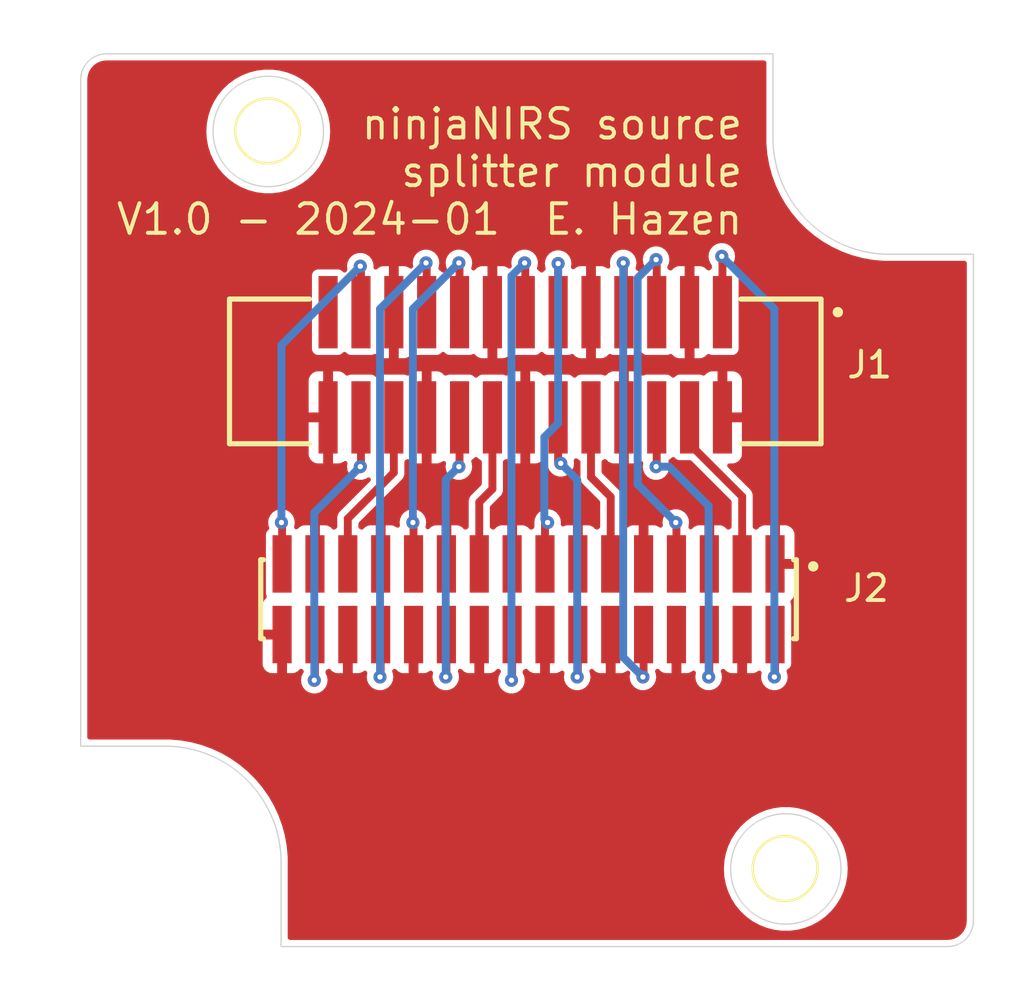
<source format=kicad_pcb>
(kicad_pcb (version 20221018) (generator pcbnew)
  (layers (0 "F.Cu" signal) (31 "B.Cu" signal) (34 "B.Paste" user) (35 "F.Paste" user) (36 "B.SilkS" user "B.Silkscreen") (37 "F.SilkS" user "F.Silkscreen") (38 "B.Mask" user) (39 "F.Mask" user) (44 "Edge.Cuts" user))
  (net 0 "")
  (net 1 "/LED_2B")
  (net 2 "/LED_3B")
  (net 3 "/LED_3A")
  (net 4 "/LED_4A")
  (net 5 "VAA")
  (net 6 "/LED_4B")
  (net 7 "/LED_5B")
  (net 8 "/LED_5A")
  (net 9 "/LED_6A")
  (net 10 "/LED_6B")
  (net 11 "/LED_7B")
  (net 12 "/LED_7A")
  (net 13 "GND")
  (net 14 "/LED_2A")
  (net 15 "/LED_0A")
  (net 16 "/LED_0B")
  (net 17 "/LED_1B")
  (net 18 "/LED_1A")
  (footprint "models:SAMTEC_SHF-113-01-L-D-SM" (layer "F.Cu") (at 35.3314 34.4175 180)
    (fp_text reference "J1" (at -13.3096 0.0005) (layer "F.SilkS"))
    (fp_text value "Conn_02x13_Odd_Even")
    (fp_line (start -11.43 -3.05) (end -8.34 -3.05) (stroke (width 0.2)) (layer "F.SilkS"))
    (fp_line (start -11.43 2.54) (end -11.43 -3.05) (stroke (width 0.2)) (layer "F.SilkS"))
    (fp_line (start -8.34 2.54) (end -11.43 2.54) (stroke (width 0.2)) (layer "F.SilkS"))
    (fp_line (start 8.34 -3.05) (end 11.43 -3.05) (stroke (width 0.2)) (layer "F.SilkS"))
    (fp_line (start 8.34 2.54) (end 11.43 2.54) (stroke (width 0.2)) (layer "F.SilkS"))
    (fp_line (start 11.43 -3.05) (end 11.43 2.54) (stroke (width 0.2)) (layer "F.SilkS"))
    (fp_circle (center -12.08 2.0325) (end -11.98 2.0325) (stroke (width 0.2)) (fill none) (layer "F.SilkS"))
    (pad "1" smd rect (at -7.62 2.0325 180) (size 0.74 2.795) (layers "F.Cu" "F.Paste" "F.Mask") (net 15 "/LED_0A"))
    (pad "2" smd rect (at -7.62 -2.0325 180) (size 0.74 2.795) (layers "F.Cu" "F.Paste" "F.Mask") (net 5 "VAA"))
    (pad "3" smd rect (at -6.35 2.0325 180) (size 0.74 2.795) (layers "F.Cu" "F.Paste" "F.Mask") (net 5 "VAA"))
    (pad "4" smd rect (at -6.35 -2.0325 180) (size 0.74 2.795) (layers "F.Cu" "F.Paste" "F.Mask") (net 16 "/LED_0B"))
    (pad "5" smd rect (at -5.08 2.0325 180) (size 0.74 2.795) (layers "F.Cu" "F.Paste" "F.Mask") (net 17 "/LED_1B"))
    (pad "6" smd rect (at -5.08 -2.0325 180) (size 0.74 2.795) (layers "F.Cu" "F.Paste" "F.Mask") (net 18 "/LED_1A"))
    (pad "7" smd rect (at -3.81 2.0325 180) (size 0.74 2.795) (layers "F.Cu" "F.Paste" "F.Mask") (net 14 "/LED_2A"))
    (pad "8" smd rect (at -3.81 -2.0325 180) (size 0.74 2.795) (layers "F.Cu" "F.Paste" "F.Mask") (net 5 "VAA"))
    (pad "9" smd rect (at -2.54 2.0325 180) (size 0.74 2.795) (layers "F.Cu" "F.Paste" "F.Mask") (net 5 "VAA"))
    (pad "10" smd rect (at -2.54 -2.0325 180) (size 0.74 2.795) (layers "F.Cu" "F.Paste" "F.Mask") (net 1 "/LED_2B"))
    (pad "11" smd rect (at -1.27 2.0325 180) (size 0.74 2.795) (layers "F.Cu" "F.Paste" "F.Mask") (net 2 "/LED_3B"))
    (pad "12" smd rect (at -1.27 -2.0325 180) (size 0.74 2.795) (layers "F.Cu" "F.Paste" "F.Mask") (net 3 "/LED_3A"))
    (pad "13" smd rect (at 0 2.0325 180) (size 0.74 2.795) (layers "F.Cu" "F.Paste" "F.Mask") (net 4 "/LED_4A"))
    (pad "14" smd rect (at 0 -2.0325 180) (size 0.74 2.795) (layers "F.Cu" "F.Paste" "F.Mask") (net 5 "VAA"))
    (pad "15" smd rect (at 1.27 2.0325 180) (size 0.74 2.795) (layers "F.Cu" "F.Paste" "F.Mask") (net 5 "VAA"))
    (pad "16" smd rect (at 1.27 -2.0325 180) (size 0.74 2.795) (layers "F.Cu" "F.Paste" "F.Mask") (net 6 "/LED_4B"))
    (pad "17" smd rect (at 2.54 2.0325 180) (size 0.74 2.795) (layers "F.Cu" "F.Paste" "F.Mask") (net 7 "/LED_5B"))
    (pad "18" smd rect (at 2.54 -2.0325 180) (size 0.74 2.795) (layers "F.Cu" "F.Paste" "F.Mask") (net 8 "/LED_5A"))
    (pad "19" smd rect (at 3.81 2.0325 180) (size 0.74 2.795) (layers "F.Cu" "F.Paste" "F.Mask") (net 9 "/LED_6A"))
    (pad "20" smd rect (at 3.81 -2.0325 180) (size 0.74 2.795) (layers "F.Cu" "F.Paste" "F.Mask") (net 5 "VAA"))
    (pad "21" smd rect (at 5.08 2.0325 180) (size 0.74 2.795) (layers "F.Cu" "F.Paste" "F.Mask") (net 5 "VAA"))
    (pad "22" smd rect (at 5.08 -2.0325 180) (size 0.74 2.795) (layers "F.Cu" "F.Paste" "F.Mask") (net 10 "/LED_6B"))
    (pad "23" smd rect (at 6.35 2.0325 180) (size 0.74 2.795) (layers "F.Cu" "F.Paste" "F.Mask") (net 11 "/LED_7B"))
    (pad "24" smd rect (at 6.35 -2.0325 180) (size 0.74 2.795) (layers "F.Cu" "F.Paste" "F.Mask") (net 12 "/LED_7A"))
    (pad "25" smd rect (at 7.62 2.0325 180) (size 0.74 2.795) (layers "F.Cu" "F.Paste" "F.Mask") (net 13 "GND"))
    (pad "26" smd rect (at 7.62 -2.0325 180) (size 0.74 2.795) (layers "F.Cu" "F.Paste" "F.Mask") (net 5 "VAA"))
  )
  (footprint "AA_Hammond:1551QGY" (layer "F.Cu") (at 18.1331 50.624)
    (fp_text reference "N1" hide)
    (fp_text value "Housing")
    (fp_circle (center 7.24 -25.248042) (end 7.89 -24.178042) (stroke (width 0.1)) (fill none) (layer "F.SilkS"))
    (fp_circle (center 27.24 3.26) (end 27.89 4.33) (stroke (width 0.1)) (fill none) (layer "F.SilkS"))
  )
  (footprint "my_samtec_swap:SAMTEC_SFMC-116-02-S-D_swap12" (layer "F.Cu") (at 35.4584 43.4782)
    (fp_text reference "J2" (at 13.0556 -0.4252) (layer "F.SilkS"))
    (fp_text value "Conn_02x16_Odd_Even")
    (fp_line (start -10.35 -1.525) (end -10.245 -1.525) (stroke (width 0.2)) (layer "F.SilkS"))
    (fp_line (start -10.35 1.525) (end -10.35 -1.525) (stroke (width 0.2)) (layer "F.SilkS"))
    (fp_line (start -10.245 1.525) (end -10.35 1.525) (stroke (width 0.2)) (layer "F.SilkS"))
    (fp_line (start 10.245 -1.525) (end 10.35 -1.525) (stroke (width 0.2)) (layer "F.SilkS"))
    (fp_line (start 10.245 1.525) (end 10.35 1.525) (stroke (width 0.2)) (layer "F.SilkS"))
    (fp_line (start 10.35 -1.525) (end 10.35 1.525) (stroke (width 0.2)) (layer "F.SilkS"))
    (fp_circle (center 11 -1.27) (end 11.1 -1.27) (stroke (width 0.2)) (fill none) (layer "F.SilkS"))
    (pad "1" smd rect (at 9.525 -1.365) (size 0.74 2.22) (layers "F.Cu" "F.Paste" "F.Mask") (net 5 "VAA"))
    (pad "2" smd rect (at 9.525 1.365) (size 0.74 2.22) (layers "F.Cu" "F.Paste" "F.Mask") (net 15 "/LED_0A"))
    (pad "3" smd rect (at 8.255 -1.365) (size 0.74 2.22) (layers "F.Cu" "F.Paste" "F.Mask") (net 16 "/LED_0B"))
    (pad "4" smd rect (at 8.255 1.365) (size 0.74 2.22) (layers "F.Cu" "F.Paste" "F.Mask") (net 5 "VAA"))
    (pad "5" smd rect (at 6.985 -1.365) (size 0.74 2.22) (layers "F.Cu" "F.Paste" "F.Mask") (net 5 "VAA"))
    (pad "6" smd rect (at 6.985 1.365) (size 0.74 2.22) (layers "F.Cu" "F.Paste" "F.Mask") (net 18 "/LED_1A"))
    (pad "7" smd rect (at 5.715 -1.365) (size 0.74 2.22) (layers "F.Cu" "F.Paste" "F.Mask") (net 17 "/LED_1B"))
    (pad "8" smd rect (at 5.715 1.365) (size 0.74 2.22) (layers "F.Cu" "F.Paste" "F.Mask") (net 5 "VAA"))
    (pad "9" smd rect (at 4.445 -1.365) (size 0.74 2.22) (layers "F.Cu" "F.Paste" "F.Mask") (net 5 "VAA"))
    (pad "10" smd rect (at 4.445 1.365) (size 0.74 2.22) (layers "F.Cu" "F.Paste" "F.Mask") (net 14 "/LED_2A"))
    (pad "11" smd rect (at 3.175 -1.365) (size 0.74 2.22) (layers "F.Cu" "F.Paste" "F.Mask") (net 1 "/LED_2B"))
    (pad "12" smd rect (at 3.175 1.365) (size 0.74 2.22) (layers "F.Cu" "F.Paste" "F.Mask") (net 5 "VAA"))
    (pad "13" smd rect (at 1.905 -1.365) (size 0.74 2.22) (layers "F.Cu" "F.Paste" "F.Mask") (net 5 "VAA"))
    (pad "14" smd rect (at 1.905 1.365) (size 0.74 2.22) (layers "F.Cu" "F.Paste" "F.Mask") (net 3 "/LED_3A"))
    (pad "15" smd rect (at 0.635 -1.365) (size 0.74 2.22) (layers "F.Cu" "F.Paste" "F.Mask") (net 2 "/LED_3B"))
    (pad "16" smd rect (at 0.635 1.365) (size 0.74 2.22) (layers "F.Cu" "F.Paste" "F.Mask") (net 5 "VAA"))
    (pad "17" smd rect (at -0.635 -1.365) (size 0.74 2.22) (layers "F.Cu" "F.Paste" "F.Mask") (net 5 "VAA"))
    (pad "18" smd rect (at -0.635 1.365) (size 0.74 2.22) (layers "F.Cu" "F.Paste" "F.Mask") (net 4 "/LED_4A"))
    (pad "19" smd rect (at -1.905 -1.365) (size 0.74 2.22) (layers "F.Cu" "F.Paste" "F.Mask") (net 6 "/LED_4B"))
    (pad "20" smd rect (at -1.905 1.365) (size 0.74 2.22) (layers "F.Cu" "F.Paste" "F.Mask") (net 5 "VAA"))
    (pad "21" smd rect (at -3.175 -1.365) (size 0.74 2.22) (layers "F.Cu" "F.Paste" "F.Mask") (net 5 "VAA"))
    (pad "22" smd rect (at -3.175 1.365) (size 0.74 2.22) (layers "F.Cu" "F.Paste" "F.Mask") (net 8 "/LED_5A"))
    (pad "23" smd rect (at -4.445 -1.365) (size 0.74 2.22) (layers "F.Cu" "F.Paste" "F.Mask") (net 7 "/LED_5B"))
    (pad "24" smd rect (at -4.445 1.365) (size 0.74 2.22) (layers "F.Cu" "F.Paste" "F.Mask") (net 5 "VAA"))
    (pad "25" smd rect (at -5.715 -1.365) (size 0.74 2.22) (layers "F.Cu" "F.Paste" "F.Mask") (net 5 "VAA"))
    (pad "26" smd rect (at -5.715 1.365) (size 0.74 2.22) (layers "F.Cu" "F.Paste" "F.Mask") (net 9 "/LED_6A"))
    (pad "27" smd rect (at -6.985 -1.365) (size 0.74 2.22) (layers "F.Cu" "F.Paste" "F.Mask") (net 10 "/LED_6B"))
    (pad "28" smd rect (at -6.985 1.365) (size 0.74 2.22) (layers "F.Cu" "F.Paste" "F.Mask") (net 5 "VAA"))
    (pad "29" smd rect (at -8.255 -1.365) (size 0.74 2.22) (layers "F.Cu" "F.Paste" "F.Mask") (net 5 "VAA"))
    (pad "30" smd rect (at -8.255 1.365) (size 0.74 2.22) (layers "F.Cu" "F.Paste" "F.Mask") (net 12 "/LED_7A"))
    (pad "31" smd rect (at -9.525 -1.365) (size 0.74 2.22) (layers "F.Cu" "F.Paste" "F.Mask") (net 11 "/LED_7B"))
    (pad "32" smd rect (at -9.525 1.365) (size 0.74 2.22) (layers "F.Cu" "F.Paste" "F.Mask") (net 5 "VAA"))
  )
  (gr_circle (center 25.4 25.4) (end 27.5336 25.4) (stroke (width 0.05)) (fill none) (layer "Edge.Cuts"))
  (gr_line (start 18.15 49.15408) (end 18.15 23.4) (stroke (width 0.05)) (layer "Edge.Cuts"))
  (gr_line (start 52.65 30.1458) (end 52.65 55.9) (stroke (width 0.05)) (layer "Edge.Cuts"))
  (gr_line (start 18.15 49.15408) (end 21.400008 49.15408) (stroke (width 0.05)) (layer "Edge.Cuts"))
  (gr_arc (start 52.65 55.9) (mid 52.357107 56.607107) (end 51.65 56.9) (stroke (width 0.05)) (layer "Edge.Cuts"))
  (gr_line (start 19.15 22.4) (end 44.904203 22.4) (stroke (width 0.05)) (layer "Edge.Cuts"))
  (gr_line (start 51.65 56.9) (end 25.895808 56.9) (stroke (width 0.05)) (layer "Edge.Cuts"))
  (gr_arc (start 18.15 23.4) (mid 18.442893 22.692893) (end 19.15 22.4) (stroke (width 0.05)) (layer "Edge.Cuts"))
  (gr_line (start 25.895808 56.9) (end 25.895808 53.65) (stroke (width 0.05)) (layer "Edge.Cuts"))
  (gr_line (start 49.4 30.1458) (end 52.65 30.1458) (stroke (width 0.05)) (layer "Edge.Cuts"))
  (gr_arc (start 21.400008 49.15408) (mid 24.579019 50.470869) (end 25.895808 53.64988) (stroke (width 0.05)) (layer "Edge.Cuts"))
  (gr_circle (center 45.4 53.9) (end 47.5336 53.9) (stroke (width 0.05)) (fill none) (layer "Edge.Cuts"))
  (gr_line (start 44.904203 25.65) (end 44.904203 22.4) (stroke (width 0.05)) (layer "Edge.Cuts"))
  (gr_arc (start 49.400003 30.1458) (mid 46.22099 28.829012) (end 44.904203 25.65) (stroke (width 0.05)) (layer "Edge.Cuts"))
  (gr_text "ninjaNIRS source\nsplitter module\nV1.0 - 2024-01  E. Hazen" (at 43.815 29.464) (layer "F.SilkS") (effects (font (size 1.143 1.143) (thickness 0.1524)) (justify right bottom)))
  (segment (start 37.8714 38.7604) (end 38.6334 39.5224) (width 0.3048) (layer "F.Cu") (net 1))
  (segment (start 38.6334 39.5224) (end 38.6334 42.1132) (width 0.3048) (layer "F.Cu") (net 1))
  (segment (start 37.8714 36.45) (end 37.8714 38.7604) (width 0.3048) (layer "F.Cu") (net 1))
  (segment (start 36.6014 32.385) (end 36.6014 30.5054) (width 0.3048) (layer "F.Cu") (net 2))
  (segment (start 36.195 40.513) (end 36.0934 40.6146) (width 0.3048) (layer "F.Cu") (net 2))
  (segment (start 36.576 30.48) (end 36.6014 30.5054) (width 0.3048) (layer "F.Cu") (net 2))
  (segment (start 36.0934 40.6146) (end 36.0934 42.1132) (width 0.3048) (layer "F.Cu") (net 2))
  (via (at 36.6014 30.5054) (size 0.508) (drill 0.2032) (layers "F.Cu" "B.Cu") (net 2))
  (via (at 36.195 40.513) (size 0.508) (drill 0.2032) (layers "F.Cu" "B.Cu") (net 2))
  (segment (start 36.6014 30.5054) (end 36.6014 36.6776) (width 0.3048) (layer "B.Cu") (net 2))
  (segment (start 36.068 40.386) (end 36.195 40.513) (width 0.3048) (layer "B.Cu") (net 2))
  (segment (start 36.068 37.211) (end 36.068 40.386) (width 0.3048) (layer "B.Cu") (net 2))
  (segment (start 36.6014 36.6776) (end 36.068 37.211) (width 0.3048) (layer "B.Cu") (net 2))
  (segment (start 36.6014 38.1254) (end 36.703 38.227) (width 0.3048) (layer "F.Cu") (net 3))
  (segment (start 37.338 46.482) (end 37.3634 46.4566) (width 0.3048) (layer "F.Cu") (net 3))
  (segment (start 37.3634 46.4566) (end 37.3634 44.8432) (width 0.3048) (layer "F.Cu") (net 3))
  (segment (start 36.6014 36.45) (end 36.6014 38.1254) (width 0.3048) (layer "F.Cu") (net 3))
  (via (at 37.338 46.482) (size 0.508) (drill 0.2032) (layers "F.Cu" "B.Cu") (net 3))
  (via (at 36.703 38.227) (size 0.508) (drill 0.2032) (layers "F.Cu" "B.Cu") (net 3))
  (segment (start 37.338 38.862) (end 37.338 46.482) (width 0.3048) (layer "B.Cu") (net 3))
  (segment (start 36.703 38.227) (end 37.338 38.862) (width 0.3048) (layer "B.Cu") (net 3))
  (segment (start 34.8234 46.5836) (end 34.8234 44.8432) (width 0.3048) (layer "F.Cu") (net 4))
  (segment (start 35.3314 30.5054) (end 35.306 30.48) (width 0.3048) (layer "F.Cu") (net 4))
  (segment (start 34.798 46.609) (end 34.8234 46.5836) (width 0.3048) (layer "F.Cu") (net 4))
  (segment (start 35.3314 32.385) (end 35.3314 30.5054) (width 0.3048) (layer "F.Cu") (net 4))
  (via (at 34.798 46.609) (size 0.508) (drill 0.2032) (layers "F.Cu" "B.Cu") (net 4))
  (via (at 35.306 30.48) (size 0.508) (drill 0.2032) (layers "F.Cu" "B.Cu") (net 4))
  (segment (start 35.306 30.48) (end 34.798 30.988) (width 0.3048) (layer "B.Cu") (net 4))
  (segment (start 34.798 30.988) (end 34.798 46.609) (width 0.3048) (layer "B.Cu") (net 4))
  (segment (start 34.0614 36.45) (end 34.0614 39.2176) (width 0.3048) (layer "F.Cu") (net 6))
  (segment (start 34.0614 39.2176) (end 33.5534 39.7256) (width 0.3048) (layer "F.Cu") (net 6))
  (segment (start 33.5534 39.7256) (end 33.5534 42.1132) (width 0.3048) (layer "F.Cu") (net 6))
  (segment (start 31.0134 40.5384) (end 31.0134 42.1132) (width 0.3048) (layer "F.Cu") (net 7))
  (segment (start 32.7914 32.385) (end 32.7914 30.5054) (width 0.3048) (layer "F.Cu") (net 7))
  (segment (start 32.7914 30.5054) (end 32.766 30.48) (width 0.3048) (layer "F.Cu") (net 7))
  (segment (start 30.988 40.513) (end 31.0134 40.5384) (width 0.3048) (layer "F.Cu") (net 7))
  (via (at 30.988 40.513) (size 0.508) (drill 0.2032) (layers "F.Cu" "B.Cu") (net 7))
  (via (at 32.766 30.48) (size 0.508) (drill 0.2032) (layers "F.Cu" "B.Cu") (net 7))
  (segment (start 32.766 30.48) (end 30.988 32.258) (width 0.3048) (layer "B.Cu") (net 7))
  (segment (start 30.988 32.258) (end 30.988 40.513) (width 0.3048) (layer "B.Cu") (net 7))
  (segment (start 32.7914 38.3286) (end 32.766 38.354) (width 0.3048) (layer "F.Cu") (net 8))
  (segment (start 32.258 46.482) (end 32.2834 46.4566) (width 0.3048) (layer "F.Cu") (net 8))
  (segment (start 32.2834 46.4566) (end 32.2834 44.8432) (width 0.3048) (layer "F.Cu") (net 8))
  (segment (start 32.7914 36.45) (end 32.7914 38.3286) (width 0.3048) (layer "F.Cu") (net 8))
  (via (at 32.766 38.354) (size 0.508) (drill 0.2032) (layers "F.Cu" "B.Cu") (net 8))
  (via (at 32.258 46.482) (size 0.508) (drill 0.2032) (layers "F.Cu" "B.Cu") (net 8))
  (segment (start 32.766 38.354) (end 32.258 38.862) (width 0.3048) (layer "B.Cu") (net 8))
  (segment (start 32.258 38.862) (end 32.258 46.482) (width 0.3048) (layer "B.Cu") (net 8))
  (segment (start 29.7434 44.8432) (end 29.7434 46.4566) (width 0.3048) (layer "F.Cu") (net 9))
  (segment (start 29.7434 46.4566) (end 29.718 46.482) (width 0.3048) (layer "F.Cu") (net 9))
  (segment (start 31.5214 30.5054) (end 31.5214 32.385) (width 0.3048) (layer "F.Cu") (net 9))
  (segment (start 31.496 30.48) (end 31.5214 30.5054) (width 0.3048) (layer "F.Cu") (net 9))
  (via (at 29.718 46.482) (size 0.508) (drill 0.2032) (layers "F.Cu" "B.Cu") (net 9))
  (via (at 31.496 30.48) (size 0.508) (drill 0.2032) (layers "F.Cu" "B.Cu") (net 9))
  (segment (start 29.718 46.482) (end 29.718 32.258) (width 0.3048) (layer "B.Cu") (net 9))
  (segment (start 29.718 32.258) (end 31.496 30.48) (width 0.3048) (layer "B.Cu") (net 9))
  (segment (start 30.2514 38.5826) (end 28.4734 40.3606) (width 0.3048) (layer "F.Cu") (net 10))
  (segment (start 28.4734 40.3606) (end 28.4734 42.1132) (width 0.3048) (layer "F.Cu") (net 10))
  (segment (start 30.2514 36.45) (end 30.2514 38.5826) (width 0.3048) (layer "F.Cu") (net 10))
  (segment (start 28.956 30.607) (end 28.9814 30.6324) (width 0.3048) (layer "F.Cu") (net 11))
  (segment (start 25.9334 42.1132) (end 25.9334 40.5384) (width 0.3048) (layer "F.Cu") (net 11))
  (segment (start 25.9334 40.5384) (end 25.908 40.513) (width 0.3048) (layer "F.Cu") (net 11))
  (segment (start 28.9814 30.6324) (end 28.9814 32.385) (width 0.3048) (layer "F.Cu") (net 11))
  (via (at 28.956 30.607) (size 0.508) (drill 0.2032) (layers "F.Cu" "B.Cu") (net 11))
  (via (at 25.908 40.513) (size 0.508) (drill 0.2032) (layers "F.Cu" "B.Cu") (net 11))
  (segment (start 25.908 40.513) (end 25.908 33.655) (width 0.3048) (layer "B.Cu") (net 11))
  (segment (start 25.908 33.655) (end 28.956 30.607) (width 0.3048) (layer "B.Cu") (net 11))
  (segment (start 28.9814 36.45) (end 28.9814 38.3286) (width 0.3048) (layer "F.Cu") (net 12))
  (segment (start 28.9814 38.3286) (end 28.956 38.354) (width 0.3048) (layer "F.Cu") (net 12))
  (segment (start 27.2034 46.5836) (end 27.2034 44.8432) (width 0.3048) (layer "F.Cu") (net 12))
  (segment (start 27.178 46.609) (end 27.2034 46.5836) (width 0.3048) (layer "F.Cu") (net 12))
  (via (at 28.956 38.354) (size 0.508) (drill 0.2032) (layers "F.Cu" "B.Cu") (net 12))
  (via (at 27.178 46.609) (size 0.508) (drill 0.2032) (layers "F.Cu" "B.Cu") (net 12))
  (segment (start 28.956 38.354) (end 27.178 40.132) (width 0.3048) (layer "B.Cu") (net 12))
  (segment (start 27.178 40.132) (end 27.178 46.609) (width 0.3048) (layer "B.Cu") (net 12))
  (segment (start 39.9034 46.4566) (end 39.9034 44.8432) (width 0.3048) (layer "F.Cu") (net 14))
  (segment (start 39.1414 32.385) (end 39.1414 30.5054) (width 0.3048) (layer "F.Cu") (net 14))
  (segment (start 39.1414 30.5054) (end 39.116 30.48) (width 0.3048) (layer "F.Cu") (net 14))
  (segment (start 39.878 46.482) (end 39.9034 46.4566) (width 0.3048) (layer "F.Cu") (net 14))
  (via (at 39.878 46.482) (size 0.508) (drill 0.2032) (layers "F.Cu" "B.Cu") (net 14))
  (via (at 39.116 30.48) (size 0.508) (drill 0.2032) (layers "F.Cu" "B.Cu") (net 14))
  (segment (start 39.116 45.72) (end 39.878 46.482) (width 0.3048) (layer "B.Cu") (net 14))
  (segment (start 39.116 30.48) (end 39.116 45.72) (width 0.3048) (layer "B.Cu") (net 14))
  (segment (start 44.9834 46.4566) (end 44.958 46.482) (width 0.3048) (layer "F.Cu") (net 15))
  (segment (start 42.9514 30.2514) (end 42.9514 32.385) (width 0.3048) (layer "F.Cu") (net 15))
  (segment (start 42.926 30.226) (end 42.9514 30.2514) (width 0.3048) (layer "F.Cu") (net 15))
  (segment (start 44.9834 44.8432) (end 44.9834 46.4566) (width 0.3048) (layer "F.Cu") (net 15))
  (via (at 42.926 30.226) (size 0.508) (drill 0.2032) (layers "F.Cu" "B.Cu") (net 15))
  (via (at 44.958 46.482) (size 0.508) (drill 0.2032) (layers "F.Cu" "B.Cu") (net 15))
  (segment (start 44.958 46.482) (end 44.958 32.258) (width 0.3048) (layer "B.Cu") (net 15))
  (segment (start 44.958 32.258) (end 42.926 30.226) (width 0.3048) (layer "B.Cu") (net 15))
  (segment (start 43.7134 39.5095) (end 43.7134 42.1132) (width 0.3048) (layer "F.Cu") (net 16))
  (segment (start 41.6814 36.45) (end 41.6814 37.4775) (width 0.3048) (layer "F.Cu") (net 16))
  (segment (start 41.6814 37.4775) (end 43.7134 39.5095) (width 0.3048) (layer "F.Cu") (net 16))
  (segment (start 41.148 40.513) (end 41.1734 40.5384) (width 0.3048) (layer "F.Cu") (net 17))
  (segment (start 41.1734 40.5384) (end 41.1734 42.1132) (width 0.3048) (layer "F.Cu") (net 17))
  (segment (start 40.4114 32.385) (end 40.4114 30.3784) (width 0.3048) (layer "F.Cu") (net 17))
  (segment (start 40.4114 30.3784) (end 40.386 30.353) (width 0.3048) (layer "F.Cu") (net 17))
  (via (at 41.148 40.513) (size 0.508) (drill 0.2032) (layers "F.Cu" "B.Cu") (net 17))
  (via (at 40.386 30.353) (size 0.508) (drill 0.2032) (layers "F.Cu" "B.Cu") (net 17))
  (segment (start 39.6748 31.0642) (end 39.6748 39.0398) (width 0.3048) (layer "B.Cu") (net 17))
  (segment (start 40.386 30.353) (end 39.6748 31.0642) (width 0.3048) (layer "B.Cu") (net 17))
  (segment (start 39.6748 39.0398) (end 41.148 40.513) (width 0.3048) (layer "B.Cu") (net 17))
  (segment (start 42.418 46.482) (end 42.4434 46.4566) (width 0.3048) (layer "F.Cu") (net 18))
  (segment (start 42.4434 46.4566) (end 42.4434 44.8432) (width 0.3048) (layer "F.Cu") (net 18))
  (segment (start 40.4114 38.3286) (end 40.386 38.354) (width 0.3048) (layer "F.Cu") (net 18))
  (segment (start 40.4114 36.45) (end 40.4114 38.3286) (width 0.3048) (layer "F.Cu") (net 18))
  (via (at 40.386 38.354) (size 0.508) (drill 0.2032) (layers "F.Cu" "B.Cu") (net 18))
  (via (at 42.418 46.482) (size 0.508) (drill 0.2032) (layers "F.Cu" "B.Cu") (net 18))
  (segment (start 42.037 39.497) (end 42.418 39.878) (width 0.3048) (layer "B.Cu") (net 18))
  (segment (start 40.386 38.354) (end 40.894 38.354) (width 0.3048) (layer "B.Cu") (net 18))
  (segment (start 42.418 39.878) (end 42.418 46.482) (width 0.3048) (layer "B.Cu") (net 18))
  (segment (start 40.894 38.354) (end 42.037 39.497) (width 0.3048) (layer "B.Cu") (net 18))
  (zone (net 5) (net_name "VAA") (layer "F.Cu") (connect_pads (clearance 0.254)) (min_thickness 0.1778) (fill yes (thermal_gap 0.381) (thermal_bridge_width 0.381))
    (polygon (pts (xy 16.51 20.32) (xy 54.61 20.32) (xy 54.61 58.42) (xy 16.51 58.42)))
  )
)
</source>
